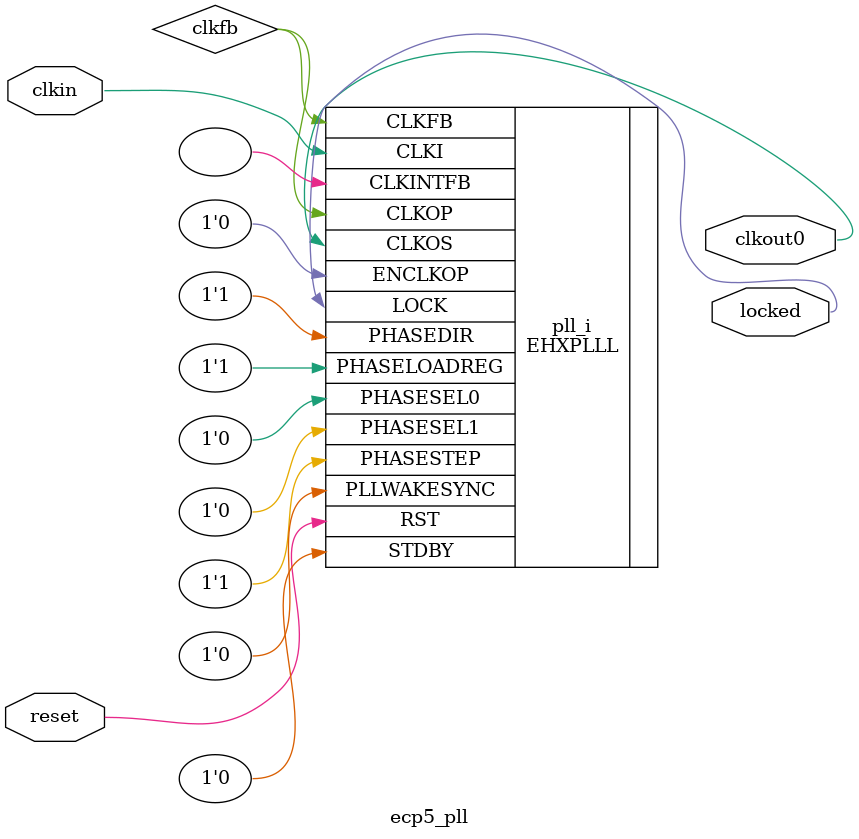
<source format=v>
module ecp5_pll
(
    input reset, // 0:inactive, 1:reset
    input clkin, // 14.3184 MHz, 0 deg
    output clkout0, // 11.344 MHz, 0 deg
    output locked
);
wire clkfb;
(* FREQUENCY_PIN_CLKI="14.3184" *)
(* FREQUENCY_PIN_CLKOS="11.344" *)
(* ICP_CURRENT="12" *) (* LPF_RESISTOR="8" *) (* MFG_ENABLE_FILTEROPAMP="1" *) (* MFG_GMCREF_SEL="2" *)
EHXPLLL #(
        .PLLRST_ENA("ENABLED"),
        .INTFB_WAKE("DISABLED"),
        .STDBY_ENABLE("DISABLED"),
        .DPHASE_SOURCE("DISABLED"),
        .OUTDIVIDER_MUXA("DIVA"),
        .OUTDIVIDER_MUXB("DIVB"),
        .OUTDIVIDER_MUXC("DIVC"),
        .OUTDIVIDER_MUXD("DIVD"),
        .CLKI_DIV(3),
        .CLKOP_ENABLE("ENABLED"),
        .CLKOP_DIV(41),
        .CLKOP_CPHASE(9),
        .CLKOP_FPHASE(0),
        .CLKOS_ENABLE("ENABLED"),
        .CLKOS_DIV(69),
        .CLKOS_CPHASE(0),
        .CLKOS_FPHASE(0),
        .FEEDBK_PATH("CLKOP"),
        .CLKFB_DIV(4)
    ) pll_i (
        .RST(reset),
        .STDBY(1'b0),
        .CLKI(clkin),
        .CLKOP(clkfb),
        .CLKOS(clkout0),
        .CLKFB(clkfb),
        .CLKINTFB(),
        .PHASESEL0(1'b0),
        .PHASESEL1(1'b0),
        .PHASEDIR(1'b1),
        .PHASESTEP(1'b1),
        .PHASELOADREG(1'b1),
        .PLLWAKESYNC(1'b0),
        .ENCLKOP(1'b0),
        .LOCK(locked)
	);
endmodule

</source>
